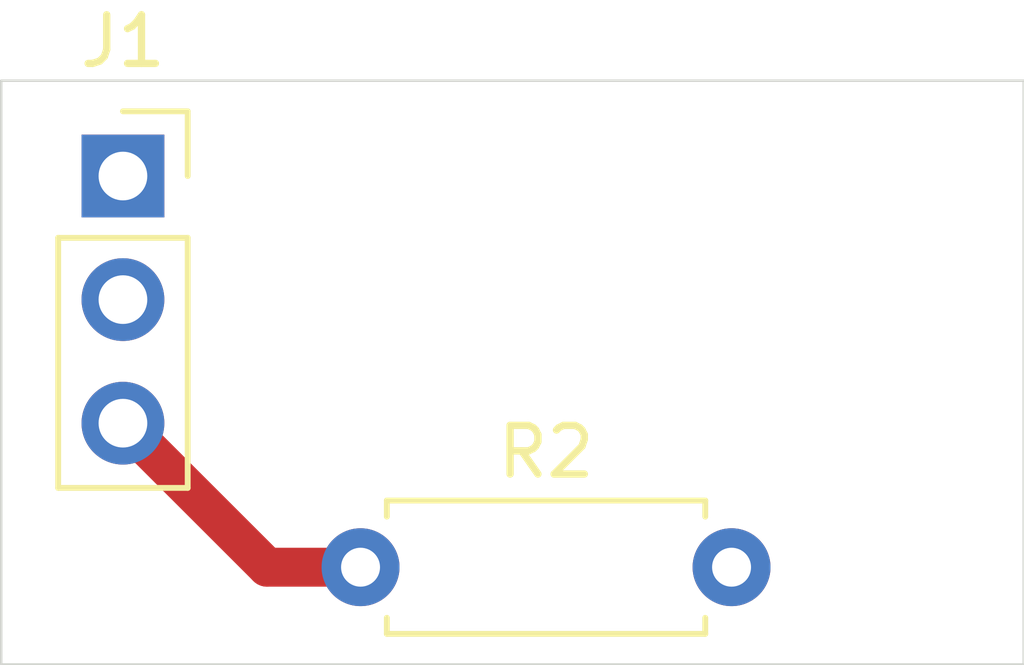
<source format=kicad_pcb>
(kicad_pcb (version 20241229) (generator "pcbnew") (generator_version "9.0")
  (layers (0 "F.Cu" signal) (2 "B.Cu" signal) (13 "F.Paste" user) (15 "B.Paste" user) (5 "F.SilkS" user "F.Silkscreen") (7 "B.SilkS" user "B.Silkscreen") (1 "F.Mask" user) (3 "B.Mask" user) (25 "Edge.Cuts" user))
  (net 0 "")
  (net 2 "Net-(J1-Pin_1)")
  (net 3 "Net-(R1-Pad2)")
  (net 4 "GND")
  (footprint "Resistor_THT:R_Axial_DIN0207_L6.3mm_D2.5mm_P7.62mm_Horizontal" (layer "F.Cu") (at 129.38 108.5)
    (property "Reference" "R2" (at 3.81 -2.37 0) (layer "F.SilkS"))
    (property "Value" "4,7")
    (fp_line (start 0.54 -1.37) (end 7.08 -1.37) (stroke (width 0.12)) (layer "F.SilkS"))
    (fp_line (start 0.54 -1.04) (end 0.54 -1.37) (stroke (width 0.12)) (layer "F.SilkS"))
    (fp_line (start 0.54 1.04) (end 0.54 1.37) (stroke (width 0.12)) (layer "F.SilkS"))
    (fp_line (start 0.54 1.37) (end 7.08 1.37) (stroke (width 0.12)) (layer "F.SilkS"))
    (fp_line (start 7.08 -1.37) (end 7.08 -1.04) (stroke (width 0.12)) (layer "F.SilkS"))
    (fp_line (start 7.08 1.37) (end 7.08 1.04) (stroke (width 0.12)) (layer "F.SilkS"))
    (pad "1" thru_hole circle (at 0 0) (size 1.6 1.6) (drill 0.8) (layers "*.Cu" "*.Mask") (net 4 "GND"))
    (pad "2" thru_hole circle (at 7.62 0) (size 1.6 1.6) (drill 0.8) (layers "*.Cu" "*.Mask") (net 3 "Net-(R1-Pad2)"))
  )
  (footprint "Connector_PinSocket_2.54mm:PinSocket_1x03_P2.54mm_Vertical" (layer "F.Cu") (at 124.5 100.46)
    (property "Reference" "J1" (at 0 -2.77 0) (layer "F.SilkS"))
    (property "Value" "Conn_01x03_Socket")
    (fp_line (start -1.33 1.27) (end -1.33 6.41) (stroke (width 0.12)) (layer "F.SilkS"))
    (fp_line (start -1.33 1.27) (end 1.33 1.27) (stroke (width 0.12)) (layer "F.SilkS"))
    (fp_line (start -1.33 6.41) (end 1.33 6.41) (stroke (width 0.12)) (layer "F.SilkS"))
    (fp_line (start 0 -1.33) (end 1.33 -1.33) (stroke (width 0.12)) (layer "F.SilkS"))
    (fp_line (start 1.33 -1.33) (end 1.33 0) (stroke (width 0.12)) (layer "F.SilkS"))
    (fp_line (start 1.33 1.27) (end 1.33 6.41) (stroke (width 0.12)) (layer "F.SilkS"))
    (pad "1" thru_hole rect (at 0 0) (size 1.7 1.7) (drill 1) (layers "*.Cu" "*.Mask") (net 2 "Net-(J1-Pin_1)"))
    (pad "2" thru_hole circle (at 0 2.54) (size 1.7 1.7) (drill 1) (layers "*.Cu" "*.Mask"))
    (pad "3" thru_hole circle (at 0 5.08) (size 1.7 1.7) (drill 1) (layers "*.Cu" "*.Mask") (net 4 "GND"))
  )
  (gr_rect (start 122 98.5) (end 143 110.5) (stroke (width 0.05)) (fill no) (layer "Edge.Cuts"))
  (segment (start 129.38 108.5) (end 127.46 108.5) (width 0.8) (layer "F.Cu") (net 4))
  (segment (start 127.46 108.5) (end 124.5 105.54) (width 0.8) (layer "F.Cu") (net 4))
)
</source>
